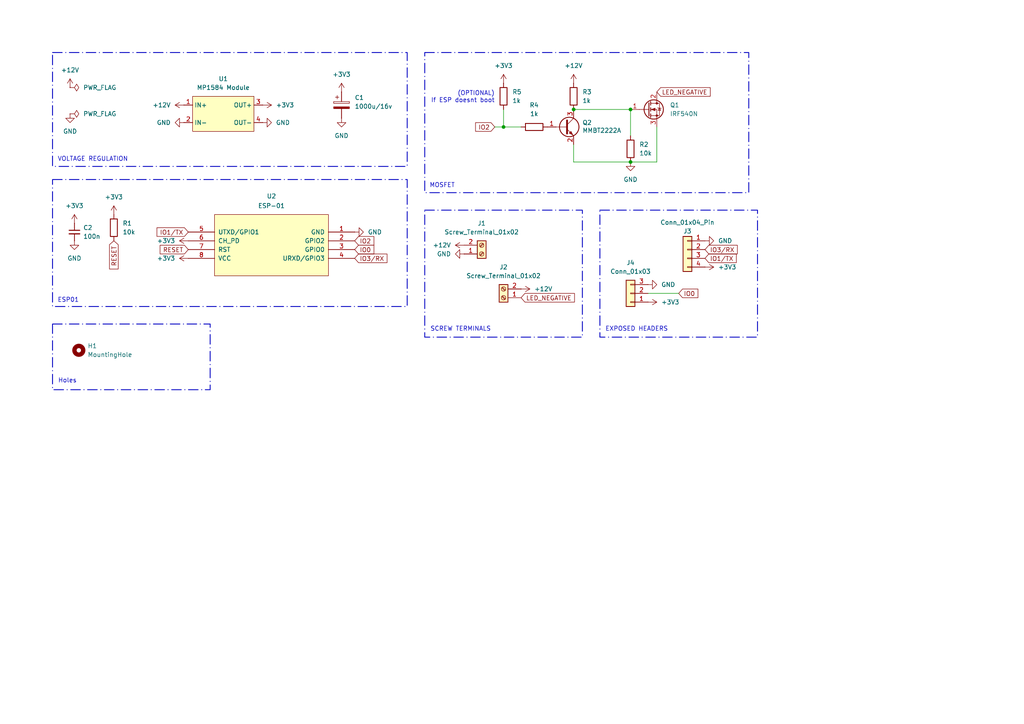
<source format=kicad_sch>
(kicad_sch (version 20250114) (generator "eeschema") (generator_version "9.0")
  (paper "A4")
  (lib_symbols
    (symbol "Connector:Screw_Terminal_01x02" (pin_names (offset 1.016) (hide yes))
      (property "Reference" "J" (at 0 2.54 0))
      (property "Value" "Screw_Terminal_01x02" (at 0 -5.08 0))
      (symbol "Screw_Terminal_01x02_1_1"
        (rectangle (start -1.27 1.27) (end 1.27 -3.81) (stroke (width 0.254)) (fill (type background)))
        (polyline (pts (xy -0.5334 0.3302) (xy 0.3302 -0.508)) (stroke (width 0.1524)))
        (polyline (pts (xy -0.5334 -2.2098) (xy 0.3302 -3.048)) (stroke (width 0.1524)))
        (polyline (pts (xy -0.3556 0.508) (xy 0.508 -0.3302)) (stroke (width 0.1524)))
        (polyline (pts (xy -0.3556 -2.032) (xy 0.508 -2.8702)) (stroke (width 0.1524)))
        (circle (center 0 0) (radius 0.635) (stroke (width 0.1524)))
        (circle (center 0 -2.54) (radius 0.635) (stroke (width 0.1524)))
        (pin passive line (at -5.08 0 0) (length 3.81) (name "Pin_1") (number "1"))
        (pin passive line (at -5.08 -2.54 0) (length 3.81) (name "Pin_2") (number "2"))
      )
    )
    (symbol "Connector_Generic:Conn_01x03" (pin_names (offset 1.016) (hide yes))
      (property "Reference" "J" (at 0 5.08 0))
      (property "Value" "Conn_01x03" (at 0 -5.08 0))
      (symbol "Conn_01x03_1_1"
        (rectangle (start -1.27 3.81) (end 1.27 -3.81) (stroke (width 0.254)) (fill (type background)))
        (rectangle (start -1.27 2.667) (end 0 2.413) (stroke (width 0.1524)))
        (rectangle (start -1.27 0.127) (end 0 -0.127) (stroke (width 0.1524)))
        (rectangle (start -1.27 -2.413) (end 0 -2.667) (stroke (width 0.1524)))
        (pin passive line (at -5.08 2.54 0) (length 3.81) (name "Pin_1") (number "1"))
        (pin passive line (at -5.08 0 0) (length 3.81) (name "Pin_2") (number "2"))
        (pin passive line (at -5.08 -2.54 0) (length 3.81) (name "Pin_3") (number "3"))
      )
    )
    (symbol "Connector_Generic:Conn_01x04" (pin_names (offset 1.016) (hide yes))
      (property "Reference" "J" (at 0 5.08 0))
      (property "Value" "Conn_01x04" (at 0 -7.62 0))
      (symbol "Conn_01x04_1_1"
        (rectangle (start -1.27 3.81) (end 1.27 -6.35) (stroke (width 0.254)) (fill (type background)))
        (rectangle (start -1.27 2.667) (end 0 2.413) (stroke (width 0.1524)))
        (rectangle (start -1.27 0.127) (end 0 -0.127) (stroke (width 0.1524)))
        (rectangle (start -1.27 -2.413) (end 0 -2.667) (stroke (width 0.1524)))
        (rectangle (start -1.27 -4.953) (end 0 -5.207) (stroke (width 0.1524)))
        (pin passive line (at -5.08 2.54 0) (length 3.81) (name "Pin_1") (number "1"))
        (pin passive line (at -5.08 0 0) (length 3.81) (name "Pin_2") (number "2"))
        (pin passive line (at -5.08 -2.54 0) (length 3.81) (name "Pin_3") (number "3"))
        (pin passive line (at -5.08 -5.08 0) (length 3.81) (name "Pin_4") (number "4"))
      )
    )
    (symbol "Device:C_Polarized" (pin_numbers (hide yes)) (pin_names (offset 0.254))
      (property "Reference" "C" (at 0.635 2.54 0))
      (property "Value" "C_Polarized" (at 0.635 -2.54 0))
      (symbol "C_Polarized_0_1"
        (rectangle (start -2.286 0.508) (end 2.286 1.016))
        (polyline (pts (xy -1.778 2.286) (xy -0.762 2.286)))
        (polyline (pts (xy -1.27 2.794) (xy -1.27 1.778)))
        (rectangle (start 2.286 -0.508) (end -2.286 -1.016) (fill (type outline)))
      )
      (symbol "C_Polarized_1_1"
        (pin passive line (at 0 3.81 270) (length 2.794) (name "~") (number "1"))
        (pin passive line (at 0 -3.81 90) (length 2.794) (name "~") (number "2"))
      )
    )
    (symbol "Device:C_Small" (pin_numbers (hide yes)) (pin_names (offset 0.254) (hide yes))
      (property "Reference" "C" (at 0.254 1.778 0))
      (property "Value" "C_Small" (at 0.254 -2.032 0))
      (symbol "C_Small_0_1"
        (polyline (pts (xy -1.524 0.508) (xy 1.524 0.508)) (stroke (width 0.3048)))
        (polyline (pts (xy -1.524 -0.508) (xy 1.524 -0.508)) (stroke (width 0.3302)))
      )
      (symbol "C_Small_1_1"
        (pin passive line (at 0 2.54 270) (length 2.032) (name "~") (number "1"))
        (pin passive line (at 0 -2.54 90) (length 2.032) (name "~") (number "2"))
      )
    )
    (symbol "Device:R" (pin_numbers (hide yes)) (pin_names (offset 0))
      (property "Reference" "R" (at 2.032 0 90))
      (property "Value" "R" (at 0 0 90))
      (symbol "R_0_1"
        (rectangle (start -1.016 -2.54) (end 1.016 2.54) (stroke (width 0.254)))
      )
      (symbol "R_1_1"
        (pin passive line (at 0 3.81 270) (length 1.27) (name "~") (number "1"))
        (pin passive line (at 0 -3.81 90) (length 1.27) (name "~") (number "2"))
      )
    )
    (symbol "DimLED:ESP-01" (pin_names (offset 1.016))
      (property "Reference" "U" (at 0 -10.922 0))
      (property "Value" "ESP-01" (at -0.254 11.176 0))
      (symbol "ESP-01_1_0"
        (rectangle (start -16.51 8.89) (end 16.51 -8.89) (fill (type background)))
      )
      (symbol "ESP-01_1_1"
        (pin output line (at -24.13 3.81 0) (length 7.62) (name "UTXD/GPIO1") (number "5"))
        (pin input line (at -24.13 1.27 0) (length 7.62) (name "CH_PD") (number "6"))
        (pin input line (at -24.13 -1.27 0) (length 7.62) (name "RST") (number "7"))
        (pin power_in line (at -24.13 -3.81 0) (length 7.62) (name "VCC") (number "8"))
        (pin power_in line (at 24.13 3.81 180) (length 7.62) (name "GND") (number "1"))
        (pin tri_state line (at 24.13 1.27 180) (length 7.62) (name "GPIO2") (number "2"))
        (pin tri_state line (at 24.13 -1.27 180) (length 7.62) (name "GPIO0") (number "3"))
        (pin tri_state line (at 24.13 -3.81 180) (length 7.62) (name "URXD/GPIO3") (number "4"))
      )
    )
    (symbol "DimLED:MP1584_Module"
      (property "Reference" "U" (at -8.382 6.604 0))
      (property "Value" "MP1584 Module" (at 0 -7.366 0))
      (symbol "MP1584_Module_1_0"
        (pin power_in line (at -11.43 2.54 0) (length 2.54) (name "IN+") (number "1"))
        (pin power_in line (at -11.43 -2.54 0) (length 2.54) (name "IN-") (number "2"))
        (pin power_out line (at 11.43 2.54 180) (length 2.54) (name "OUT+") (number "3"))
        (pin passive line (at 11.43 -2.54 180) (length 2.54) (name "OUT-") (number "4"))
      )
      (symbol "MP1584_Module_1_1"
        (rectangle (start -8.89 5.08) (end 8.89 -5.08) (fill (type background)))
      )
    )
    (symbol "Mechanical:MountingHole" (pin_names (offset 1.016)) (in_bom no)
      (property "Reference" "H" (at 0 5.08 0))
      (property "Value" "MountingHole" (at 0 3.175 0))
      (symbol "MountingHole_0_1"
        (circle (center 0 0) (radius 1.27) (stroke (width 1.27)))
      )
    )
    (symbol "Transistor_BJT:MMBT2222A" (pin_names (offset 0) (hide yes))
      (property "Reference" "Q" (at 5.08 1.905 0))
      (property "Value" "MMBT2222A" (at 5.08 0 0))
      (symbol "MMBT2222A_0_1"
        (polyline (pts (xy -2.54 0) (xy 0.635 0)))
        (polyline (pts (xy 0.635 1.905) (xy 0.635 -1.905)) (stroke (width 0.508)))
        (circle (center 1.27 0) (radius 2.8194) (stroke (width 0.254)))
      )
      (symbol "MMBT2222A_1_1"
        (polyline (pts (xy 0.635 0.635) (xy 2.54 2.54)))
        (polyline (pts (xy 0.635 -0.635) (xy 2.54 -2.54)))
        (polyline (pts (xy 1.27 -1.778) (xy 1.778 -1.27) (xy 2.286 -2.286) (xy 1.27 -1.778)) (fill (type outline)))
        (pin input line (at -5.08 0 0) (length 2.54) (name "B") (number "1"))
        (pin passive line (at 2.54 5.08 270) (length 2.54) (name "C") (number "3"))
        (pin passive line (at 2.54 -5.08 90) (length 2.54) (name "E") (number "2"))
      )
    )
    (symbol "Transistor_FET:IRF540N" (pin_names (hide yes))
      (property "Reference" "Q" (at 5.08 1.905 0))
      (property "Value" "IRF540N" (at 5.08 0 0))
      (symbol "IRF540N_0_1"
        (polyline (pts (xy 0.254 1.905) (xy 0.254 -1.905)) (stroke (width 0.254)))
        (polyline (pts (xy 0.254 0) (xy -2.54 0)))
        (polyline (pts (xy 0.762 2.286) (xy 0.762 1.27)) (stroke (width 0.254)))
        (polyline (pts (xy 0.762 0.508) (xy 0.762 -0.508)) (stroke (width 0.254)))
        (polyline (pts (xy 0.762 -1.27) (xy 0.762 -2.286)) (stroke (width 0.254)))
        (polyline (pts (xy 0.762 -1.778) (xy 3.302 -1.778) (xy 3.302 1.778) (xy 0.762 1.778)))
        (polyline (pts (xy 1.016 0) (xy 2.032 0.381) (xy 2.032 -0.381) (xy 1.016 0)) (fill (type outline)))
        (circle (center 1.651 0) (radius 2.794) (stroke (width 0.254)))
        (polyline (pts (xy 2.54 2.54) (xy 2.54 1.778)))
        (circle (center 2.54 1.778) (radius 0.254) (fill (type outline)))
        (circle (center 2.54 -1.778) (radius 0.254) (fill (type outline)))
        (polyline (pts (xy 2.54 -2.54) (xy 2.54 0) (xy 0.762 0)))
        (polyline (pts (xy 2.794 0.508) (xy 2.921 0.381) (xy 3.683 0.381) (xy 3.81 0.254)))
        (polyline (pts (xy 3.302 0.381) (xy 2.921 -0.254) (xy 3.683 -0.254) (xy 3.302 0.381)))
      )
      (symbol "IRF540N_1_1"
        (pin input line (at -5.08 0 0) (length 2.54) (name "G") (number "1"))
        (pin passive line (at 2.54 5.08 270) (length 2.54) (name "D") (number "2"))
        (pin passive line (at 2.54 -5.08 90) (length 2.54) (name "S") (number "3"))
      )
    )
    (symbol "power:+12V" (power) (pin_numbers (hide yes)) (pin_names (offset 0) (hide yes))
      (property "Value" "+12V" (at 0 3.556 0))
      (symbol "+12V_0_1"
        (polyline (pts (xy -0.762 1.27) (xy 0 2.54)))
        (polyline (pts (xy 0 2.54) (xy 0.762 1.27)))
        (polyline (pts (xy 0 0) (xy 0 2.54)))
      )
      (symbol "+12V_1_1"
        (pin power_in line (at 0 0 90) (length 0) (name "~") (number "1"))
      )
    )
    (symbol "power:+3V3" (power) (pin_numbers (hide yes)) (pin_names (offset 0) (hide yes))
      (property "Value" "+3V3" (at 0 3.556 0))
      (symbol "+3V3_0_1"
        (polyline (pts (xy -0.762 1.27) (xy 0 2.54)))
        (polyline (pts (xy 0 2.54) (xy 0.762 1.27)))
        (polyline (pts (xy 0 0) (xy 0 2.54)))
      )
      (symbol "+3V3_1_1"
        (pin power_in line (at 0 0 90) (length 0) (name "~") (number "1"))
      )
    )
    (symbol "power:GND" (power) (pin_numbers (hide yes)) (pin_names (offset 0) (hide yes))
      (property "Value" "GND" (at 0 -3.81 0))
      (symbol "GND_0_1"
        (polyline (pts (xy 0 0) (xy 0 -1.27) (xy 1.27 -1.27) (xy 0 -2.54) (xy -1.27 -1.27) (xy 0 -1.27)))
      )
      (symbol "GND_1_1"
        (pin power_in line (at 0 0 270) (length 0) (name "~") (number "1"))
      )
    )
    (symbol "power:PWR_FLAG" (power) (pin_numbers (hide yes)) (pin_names (offset 0) (hide yes))
      (property "Value" "PWR_FLAG" (at 0 3.81 0))
      (symbol "PWR_FLAG_0_0"
        (pin power_out line (at 0 0 90) (length 0) (name "~") (number "1"))
      )
      (symbol "PWR_FLAG_0_1"
        (polyline (pts (xy 0 0) (xy 0 1.27) (xy -1.016 1.905) (xy 0 2.54) (xy 1.016 1.905) (xy 0 1.27)))
      )
    )
  )
  (rectangle (start 15.24 93.98) (end 60.96 113.03) (stroke (width 0.254) (type dash_dot)))
  (rectangle (start 15.24 52.07) (end 118.11 88.9) (stroke (width 0.254) (type dash_dot)))
  (rectangle (start 123.19 15.24) (end 217.17 55.88) (stroke (width 0.254) (type dash_dot)))
  (rectangle (start 15.24 15.24) (end 118.11 48.26) (stroke (width 0.254) (type dash_dot)))
  (rectangle (start 123.19 60.96) (end 168.91 97.79) (stroke (width 0.254) (type dash_dot)))
  (rectangle (start 173.99 60.96) (end 219.71 97.79) (stroke (width 0.254) (type dash_dot)))
  (text "Holes" (at 19.558 110.49 0) (effects (font (size 1.27 1.27))))
  (text "(OPTIONAL)\nIf ESP doesnt boot" (at 143.51 28.194 0) (effects (font (size 1.27 1.27)) (justify right)))
  (text "ESP01" (at 19.812 87.122 0) (effects (font (size 1.27 1.27))))
  (text "VOLTAGE REGULATION" (at 26.924 46.228 0) (effects (font (size 1.27 1.27))))
  (text "EXPOSED HEADERS" (at 184.658 95.504 0) (effects (font (size 1.27 1.27))))
  (text "MOSFET" (at 128.27 53.848 0) (effects (font (size 1.27 1.27))))
  (text "SCREW TERMINALS" (at 133.604 95.504 0) (effects (font (size 1.27 1.27))))
  (junction (at 182.88 46.99))
  (junction (at 166.37 31.75))
  (junction (at 146.05 36.83))
  (junction (at 182.88 31.75))
  (wire (pts (xy 196.85 85.09) (xy 187.96 85.09)))
  (wire (pts (xy 166.37 31.75) (xy 182.88 31.75)))
  (wire (pts (xy 190.5 46.99) (xy 182.88 46.99)))
  (wire (pts (xy 143.51 36.83) (xy 146.05 36.83)))
  (wire (pts (xy 166.37 46.99) (xy 182.88 46.99)))
  (wire (pts (xy 146.05 31.75) (xy 146.05 36.83)))
  (wire (pts (xy 146.05 36.83) (xy 151.13 36.83)))
  (wire (pts (xy 166.37 41.91) (xy 166.37 46.99)))
  (wire (pts (xy 190.5 36.83) (xy 190.5 46.99)))
  (wire (pts (xy 182.88 31.75) (xy 182.88 39.37)))
  (global_label "IO2" (shape input) (at 143.51 36.83 180) (property "Intersheetrefs" "${INTERSHEET_REFS}" (effects (hide yes))))
  (global_label "IO1{slash}TX" (shape input) (at 54.61 67.31 180) (property "Intersheetrefs" "${INTERSHEET_REFS}" (effects (hide yes))))
  (global_label "RESET" (shape input) (at 54.61 72.39 180) (property "Intersheetrefs" "${INTERSHEET_REFS}" (effects (hide yes))))
  (global_label "IO0" (shape input) (at 102.87 72.39 0) (property "Intersheetrefs" "${INTERSHEET_REFS}" (effects (hide yes))))
  (global_label "LED_NEGATIVE" (shape input) (at 190.5 26.67 0) (property "Intersheetrefs" "${INTERSHEET_REFS}" (effects (hide yes))))
  (global_label "IO0" (shape input) (at 196.85 85.09 0) (property "Intersheetrefs" "${INTERSHEET_REFS}" (effects (hide yes))))
  (global_label "IO1{slash}TX" (shape input) (at 204.47 74.93 0) (property "Intersheetrefs" "${INTERSHEET_REFS}" (effects (hide yes))))
  (global_label "IO3{slash}RX" (shape input) (at 102.87 74.93 0) (property "Intersheetrefs" "${INTERSHEET_REFS}" (effects (hide yes))))
  (global_label "IO3{slash}RX" (shape input) (at 204.47 72.39 0) (property "Intersheetrefs" "${INTERSHEET_REFS}" (effects (hide yes))))
  (global_label "LED_NEGATIVE" (shape input) (at 151.13 86.36 0) (property "Intersheetrefs" "${INTERSHEET_REFS}" (effects (hide yes))))
  (global_label "RESET" (shape input) (at 33.02 69.85 270) (property "Intersheetrefs" "${INTERSHEET_REFS}" (effects (hide yes))))
  (global_label "IO2" (shape input) (at 102.87 69.85 0) (property "Intersheetrefs" "${INTERSHEET_REFS}" (effects (hide yes))))
  (symbol (lib_id "power:+12V") (at 151.13 83.82 270) (unit 1)
    (property "Reference" "#PWR020" (effects (hide yes)))
    (property "Value" "+12V" (at 154.94 83.8199 90) (effects (justify left)))
    (property "Description" "Power symbol creates a global label with name \"+12V\"" (effects (hide yes)))
  )
  (symbol (lib_id "power:+3V3") (at 76.2 30.48 270) (unit 1)
    (property "Reference" "#PWR06" (effects (hide yes)))
    (property "Value" "+3V3" (at 80.01 30.4799 90) (effects (justify left)))
    (property "Description" "Power symbol creates a global label with name \"+3V3\"" (effects (hide yes)))
  )
  (symbol (lib_id "power:+12V") (at 166.37 24.13 0) (unit 1)
    (property "Reference" "#PWR015" (effects (hide yes)))
    (property "Value" "+12V" (at 166.37 19.05 0))
    (property "Description" "Power symbol creates a global label with name \"+12V\"" (effects (hide yes)))
  )
  (symbol (lib_id "power:GND") (at 102.87 67.31 90) (unit 1)
    (property "Reference" "#PWR09" (effects (hide yes)))
    (property "Value" "GND" (at 106.68 67.3099 90) (effects (justify right)))
    (property "Description" "Power symbol creates a global label with name \"GND\" , ground" (effects (hide yes)))
  )
  (symbol (lib_id "power:GND") (at 99.06 34.29 0) (unit 1)
    (property "Reference" "#PWR08" (effects (hide yes)))
    (property "Value" "GND" (at 99.06 39.37 0))
    (property "Description" "Power symbol creates a global label with name \"GND\" , ground" (effects (hide yes)))
  )
  (symbol (lib_id "Device:R") (at 146.05 27.94 0) (unit 1)
    (property "Reference" "R5" (at 148.59 26.6699 0) (effects (justify left)))
    (property "Value" "1k" (at 148.59 29.2099 0) (effects (justify left)))
    (property "Footprint" "Resistor_SMD:R_0805_2012Metric_Pad1.20x1.40mm_HandSolder" (effects (hide yes)))
    (property "Description" "Resistor" (effects (hide yes)))
    (property "Robu.in" "https://robu.in/product/0805w8j0102t5e-uniohm-royal-ohm-125mw-thick-film-resistors-150v-%c2%b1100ppm-%e2%84%83%c2%b15-1k%cf%89-0805-chip-resistor-surface-mount-rohs/" (effects (hide yes)))
  )
  (symbol (lib_id "power:GND") (at 20.32 33.02 0) (unit 1)
    (property "Reference" "#PWR02" (effects (hide yes)))
    (property "Value" "GND" (at 20.32 38.1 0))
    (property "Description" "Power symbol creates a global label with name \"GND\" , ground" (effects (hide yes)))
  )
  (symbol (lib_id "DimLED:MP1584_Module") (at 64.77 33.02 0) (unit 1)
    (property "Reference" "U1" (at 64.77 22.86 0))
    (property "Value" "MP1584 Module" (at 64.77 25.4 0))
    (property "Footprint" "DimLED:MP1584-Module_22.1x16.8mm_THT" (effects (hide yes)))
    (property "Description" "MP1584 DC-DC Buck Convertor Module" (effects (hide yes)))
    (property "Robu.in" "https://robu.in/product/mini-mp1584-dc-dc-3a-adjustable-buck-module-india/" (effects (hide yes)))
  )
  (symbol (lib_id "power:+3V3") (at 99.06 26.67 0) (unit 1)
    (property "Reference" "#PWR07" (effects (hide yes)))
    (property "Value" "+3V3" (at 99.06 21.59 0))
    (property "Description" "Power symbol creates a global label with name \"+3V3\"" (effects (hide yes)))
  )
  (symbol (lib_id "Connector:Screw_Terminal_01x02") (at 139.7 73.66 0) (mirror x) (unit 1)
    (property "Reference" "J1" (at 139.7 64.77 0))
    (property "Value" "Screw_Terminal_01x02" (at 139.7 67.31 0))
    (property "Footprint" "TerminalBlock:TerminalBlock_bornier-2_P5.08mm" (effects (hide yes)))
    (property "Description" "Generic screw terminal, single row, 01x02, script generated (kicad-library-utils/schlib/autogen/connector/)" (effects (hide yes)))
    (property "Robu.in" "https://robu.in/product/kf301-2-pin-5-08mm-pitch-plug-in-screw-terminal-block-connector-pack-of-5/" (effects (hide yes)))
  )
  (symbol (lib_id "Device:R") (at 182.88 43.18 0) (unit 1)
    (property "Reference" "R2" (at 185.42 41.9099 0) (effects (justify left)))
    (property "Value" "10k" (at 185.42 44.4499 0) (effects (justify left)))
    (property "Footprint" "Resistor_SMD:R_0805_2012Metric_Pad1.20x1.40mm_HandSolder" (effects (hide yes)))
    (property "Description" "Resistor" (effects (hide yes)))
    (property "Robu.in" "https://robu.in/product/0805w8j0103t5e-uniohm-royal-ohm-125mw-thick-film-resistors-150v-%c2%b1100ppm-%e2%84%83%c2%b15-10k%cf%89-0805-chip-resistor-surface-mount-rohs/" (effects (hide yes)))
  )
  (symbol (lib_id "power:GND") (at 76.2 35.56 90) (unit 1)
    (property "Reference" "#PWR05" (effects (hide yes)))
    (property "Value" "GND" (at 80.01 35.5599 90) (effects (justify right)))
    (property "Description" "Power symbol creates a global label with name \"GND\" , ground" (effects (hide yes)))
  )
  (symbol (lib_id "Connector:Screw_Terminal_01x02") (at 146.05 86.36 180) (unit 1)
    (property "Reference" "J2" (at 146.05 77.47 0))
    (property "Value" "Screw_Terminal_01x02" (at 146.05 80.01 0))
    (property "Footprint" "TerminalBlock:TerminalBlock_bornier-2_P5.08mm" (effects (hide yes)))
    (property "Description" "Generic screw terminal, single row, 01x02, script generated (kicad-library-utils/schlib/autogen/connector/)" (effects (hide yes)))
    (property "Robu.in" "https://robu.in/product/kf301-2-pin-5-08mm-pitch-plug-in-screw-terminal-block-connector-pack-of-5/" (effects (hide yes)))
  )
  (symbol (lib_id "power:GND") (at 204.47 69.85 90) (unit 1)
    (property "Reference" "#PWR022" (effects (hide yes)))
    (property "Value" "GND" (at 208.28 69.8499 90) (effects (justify right)))
    (property "Description" "Power symbol creates a global label with name \"GND\" , ground" (effects (hide yes)))
  )
  (symbol (lib_id "power:+12V") (at 146.05 24.13 0) (unit 1)
    (property "Reference" "#PWR017" (effects (hide yes)))
    (property "Value" "+3V3" (at 146.05 19.05 0))
    (property "Description" "Power symbol creates a global label with name \"+12V\"" (effects (hide yes)))
  )
  (symbol (lib_id "Connector_Generic:Conn_01x04") (at 199.39 72.39 0) (mirror y) (unit 1)
    (property "Reference" "J3" (at 199.39 67.056 0))
    (property "Value" "Conn_01x04_Pin" (at 199.39 64.516 0))
    (property "Footprint" "Connector_PinSocket_2.54mm:PinSocket_1x04_P2.54mm_Vertical" (effects (hide yes)))
    (property "Description" "Generic connector, single row, 01x04, script generated (kicad-library-utils/schlib/autogen/connector/)" (effects (hide yes)))
    (property "Robu.in" "https://robu.in/product/female-1-x-20-berg-strip-connector-2-54-mm-pitch/" (effects (hide yes)))
  )
  (symbol (lib_id "power:+3V3") (at 54.61 74.93 90) (unit 1)
    (property "Reference" "#PWR010" (effects (hide yes)))
    (property "Value" "+3V3" (at 50.8 74.9299 90) (effects (justify left)))
    (property "Description" "Power symbol creates a global label with name \"+3V3\"" (effects (hide yes)))
  )
  (symbol (lib_id "power:+3V3") (at 54.61 69.85 90) (unit 1)
    (property "Reference" "#PWR011" (effects (hide yes)))
    (property "Value" "+3V3" (at 50.8 69.8499 90) (effects (justify left)))
    (property "Description" "Power symbol creates a global label with name \"+3V3\"" (effects (hide yes)))
  )
  (symbol (lib_id "Device:R") (at 33.02 66.04 0) (unit 1)
    (property "Reference" "R1" (at 35.56 64.7699 0) (effects (justify left)))
    (property "Value" "10k" (at 35.56 67.3099 0) (effects (justify left)))
    (property "Footprint" "Resistor_SMD:R_0805_2012Metric_Pad1.20x1.40mm_HandSolder" (effects (hide yes)))
    (property "Description" "Resistor" (effects (hide yes)))
    (property "Robu.in" "https://robu.in/product/0805w8j0103t5e-uniohm-royal-ohm-125mw-thick-film-resistors-150v-%c2%b1100ppm-%e2%84%83%c2%b15-10k%cf%89-0805-chip-resistor-surface-mount-rohs/" (effects (hide yes)))
  )
  (symbol (lib_id "Transistor_FET:IRF540N") (at 187.96 31.75 0) (unit 1)
    (property "Reference" "Q1" (at 194.31 30.4799 0) (effects (justify left)))
    (property "Value" "IRF540N" (at 194.31 33.0199 0) (effects (justify left)))
    (property "Footprint" "Package_TO_SOT_THT:TO-220-3_Vertical" (effects (hide yes)))
    (property "Datasheet" "http://www.irf.com/product-info/datasheets/data/irf540n.pdf" (effects (hide yes)))
    (property "Description" "33A Id, 100V Vds, HEXFET N-Channel MOSFET, TO-220" (effects (hide yes)))
    (property "Robu.in" "https://robu.in/product/irf540n-to-220-3-mosfet-pack-of-2-ics/" (effects (hide yes)))
  )
  (symbol (lib_id "power:PWR_FLAG") (at 20.32 25.4 270) (unit 1)
    (property "Reference" "#FLG01" (effects (hide yes)))
    (property "Value" "PWR_FLAG" (at 24.13 25.3999 90) (effects (justify left)))
    (property "Description" "Special symbol for telling ERC where power comes from" (effects (hide yes)))
  )
  (symbol (lib_id "Device:C_Small") (at 21.59 67.31 0) (unit 1)
    (property "Reference" "C2" (at 24.13 66.0462 0) (effects (justify left)))
    (property "Value" "100n" (at 24.13 68.5862 0) (effects (justify left)))
    (property "Footprint" "Capacitor_SMD:C_0805_2012Metric_Pad1.18x1.45mm_HandSolder" (effects (hide yes)))
    (property "Description" "Unpolarized capacitor, small symbol" (effects (hide yes)))
    (property "Robu.in" "https://robu.in/product/100nf-805-surface-mount-multilayer-ceramic-capacitorreel-of-4000/" (effects (hide yes)))
  )
  (symbol (lib_id "power:+3V3") (at 33.02 62.23 0) (unit 1)
    (property "Reference" "#PWR014" (effects (hide yes)))
    (property "Value" "+3V3" (at 33.02 57.15 0))
    (property "Description" "Power symbol creates a global label with name \"+3V3\"" (effects (hide yes)))
  )
  (symbol (lib_id "power:GND") (at 21.59 69.85 0) (unit 1)
    (property "Reference" "#PWR013" (effects (hide yes)))
    (property "Value" "GND" (at 21.59 74.93 0))
    (property "Description" "Power symbol creates a global label with name \"GND\" , ground" (effects (hide yes)))
  )
  (symbol (lib_id "Device:R") (at 166.37 27.94 0) (unit 1)
    (property "Reference" "R3" (at 168.91 26.6699 0) (effects (justify left)))
    (property "Value" "1k" (at 168.91 29.2099 0) (effects (justify left)))
    (property "Footprint" "Resistor_THT:R_Axial_DIN0309_L9.0mm_D3.2mm_P2.54mm_Vertical" (effects (hide yes)))
    (property "Description" "Resistor" (effects (hide yes)))
    (property "Robu.in" "https://robu.in/product/1k-ohm-0-5w-metal-film-resistor-pack-of-50" (effects (hide yes)))
  )
  (symbol (lib_id "power:GND") (at 187.96 82.55 90) (unit 1)
    (property "Reference" "#PWR023" (effects (hide yes)))
    (property "Value" "GND" (at 191.77 82.5499 90) (effects (justify right)))
    (property "Description" "Power symbol creates a global label with name \"GND\" , ground" (effects (hide yes)))
  )
  (symbol (lib_id "power:+12V") (at 134.62 71.12 90) (unit 1)
    (property "Reference" "#PWR018" (effects (hide yes)))
    (property "Value" "+12V" (at 130.81 71.1199 90) (effects (justify left)))
    (property "Description" "Power symbol creates a global label with name \"+12V\"" (effects (hide yes)))
  )
  (symbol (lib_id "power:PWR_FLAG") (at 20.32 33.02 270) (unit 1)
    (property "Reference" "#FLG02" (effects (hide yes)))
    (property "Value" "PWR_FLAG" (at 24.13 33.0199 90) (effects (justify left)))
    (property "Description" "Special symbol for telling ERC where power comes from" (effects (hide yes)))
  )
  (symbol (lib_id "power:+12V") (at 53.34 30.48 90) (unit 1)
    (property "Reference" "#PWR03" (effects (hide yes)))
    (property "Value" "+12V" (at 49.53 30.4799 90) (effects (justify left)))
    (property "Description" "Power symbol creates a global label with name \"+12V\"" (effects (hide yes)))
  )
  (symbol (lib_id "power:+3V3") (at 204.47 77.47 270) (unit 1)
    (property "Reference" "#PWR021" (effects (hide yes)))
    (property "Value" "+3V3" (at 208.28 77.4699 90) (effects (justify left)))
    (property "Description" "Power symbol creates a global label with name \"+3V3\"" (effects (hide yes)))
  )
  (symbol (lib_id "Device:C_Polarized") (at 99.06 30.48 0) (unit 1)
    (property "Reference" "C1" (at 102.87 28.3209 0) (effects (justify left)))
    (property "Value" "1000u/16v" (at 102.87 30.8609 0) (effects (justify left)))
    (property "Footprint" "Capacitor_THT:CP_Radial_D8.0mm_P3.50mm" (effects (hide yes)))
    (property "Description" "Polarized capacitor" (effects (hide yes)))
    (property "Robu.in" "https://robu.in/product/hy1c102m080160cd288-hyncdz-1000uf-16v-92m%cf%89100khz-%c2%b120-1-1a100khz-plugind8xl16mm-aluminum-electrolytic-capacitors-leaded-rohs/" (effects (hide yes)))
  )
  (symbol (lib_id "Connector_Generic:Conn_01x03") (at 182.88 85.09 180) (unit 1)
    (property "Reference" "J4" (at 182.88 76.2 0))
    (property "Value" "Conn_01x03" (at 182.88 78.74 0))
    (property "Footprint" "Connector_PinHeader_2.54mm:PinHeader_1x03_P2.54mm_Vertical" (effects (hide yes)))
    (property "Description" "Generic connector, single row, 01x03, script generated (kicad-library-utils/schlib/autogen/connector/)" (effects (hide yes)))
    (property "Robu.in" "https://robu.in/product/2-54mm-1x40-pin-male-single-row-straight-short-header-strip-pack-of-3/" (effects (hide yes)))
  )
  (symbol (lib_id "Transistor_BJT:MMBT2222A") (at 163.83 36.83 0) (unit 1)
    (property "Reference" "Q2" (at 168.91 35.5599 0) (effects (justify left)))
    (property "Value" "MMBT2222A" (at 168.91 37.846 0) (effects (justify left)))
    (property "Footprint" "Package_TO_SOT_SMD:SOT-23" (effects (hide yes)))
    (property "Datasheet" "https://assets.nexperia.com/documents/data-sheet/MMBT2222A.pdf" (effects (hide yes)))
    (property "Description" "600mA Ic, 40V Vce, NPN Transistor, SOT-23" (effects (hide yes)))
    (property "Robu.in" "https://robu.in/product/mmbt2222-npn-transistor-pack-of-15/" (effects (hide yes)))
  )
  (symbol (lib_id "power:+3V3") (at 21.59 64.77 0) (unit 1)
    (property "Reference" "#PWR012" (effects (hide yes)))
    (property "Value" "+3V3" (at 21.59 59.69 0))
    (property "Description" "Power symbol creates a global label with name \"+3V3\"" (effects (hide yes)))
  )
  (symbol (lib_id "power:GND") (at 53.34 35.56 270) (unit 1)
    (property "Reference" "#PWR04" (effects (hide yes)))
    (property "Value" "GND" (at 49.53 35.5599 90) (effects (justify right)))
    (property "Description" "Power symbol creates a global label with name \"GND\" , ground" (effects (hide yes)))
  )
  (symbol (lib_id "power:+3V3") (at 187.96 87.63 270) (unit 1)
    (property "Reference" "#PWR024" (effects (hide yes)))
    (property "Value" "+3V3" (at 191.77 87.6299 90) (effects (justify left)))
    (property "Description" "Power symbol creates a global label with name \"+3V3\"" (effects (hide yes)))
  )
  (symbol (lib_id "power:+12V") (at 20.32 25.4 0) (unit 1)
    (property "Reference" "#PWR01" (effects (hide yes)))
    (property "Value" "+12V" (at 20.32 20.32 0))
    (property "Description" "Power symbol creates a global label with name \"+12V\"" (effects (hide yes)))
  )
  (symbol (lib_id "Device:R") (at 154.94 36.83 90) (unit 1)
    (property "Reference" "R4" (at 154.94 30.48 90))
    (property "Value" "1k" (at 154.94 33.02 90))
    (property "Footprint" "Resistor_SMD:R_0805_2012Metric_Pad1.20x1.40mm_HandSolder" (effects (hide yes)))
    (property "Description" "Resistor" (effects (hide yes)))
    (property "Robu.in" "https://robu.in/product/0805w8j0102t5e-uniohm-royal-ohm-125mw-thick-film-resistors-150v-%c2%b1100ppm-%e2%84%83%c2%b15-1k%cf%89-0805-chip-resistor-surface-mount-rohs/" (effects (hide yes)))
  )
  (symbol (lib_id "Mechanical:MountingHole") (at 22.86 101.6 0) (unit 1) (in_bom no)
    (property "Reference" "H1" (at 25.4 100.3299 0) (effects (justify left)))
    (property "Value" "MountingHole" (at 25.4 102.8699 0) (effects (justify left)))
    (property "Footprint" "MountingHole:ToolingHole_1.152mm" (effects (hide yes)))
    (property "Description" "Mounting Hole without connection" (effects (hide yes)))
  )
  (symbol (lib_id "power:GND") (at 182.88 46.99 0) (unit 1)
    (property "Reference" "#PWR016" (effects (hide yes)))
    (property "Value" "GND" (at 182.88 52.07 0))
    (property "Description" "Power symbol creates a global label with name \"GND\" , ground" (effects (hide yes)))
  )
  (symbol (lib_id "power:GND") (at 134.62 73.66 270) (unit 1)
    (property "Reference" "#PWR019" (effects (hide yes)))
    (property "Value" "GND" (at 130.81 73.6599 90) (effects (justify right)))
    (property "Description" "Power symbol creates a global label with name \"GND\" , ground" (effects (hide yes)))
  )
  (symbol (lib_id "DimLED:ESP-01") (at 78.74 71.12 0) (unit 1)
    (property "Reference" "U2" (at 78.74 56.896 0))
    (property "Value" "ESP-01" (at 78.74 59.69 0))
    (property "Footprint" "DimLED:ESP-01_With_Headers" (effects (hide yes)))
    (property "Datasheet" "http://l0l.org.uk/2014/12/esp8266-modules-hardware-guide-gotta-catch-em-all/" (effects (hide yes)))
    (property "Description" "ESP8266 ESP-01 module, v090" (effects (hide yes)))
    (property "Robu.in" "https://robu.in/product/esp-01-esp8266-serial-wifi-wireless-transceiver-module/" (effects (hide yes)))
  )
)
</source>
